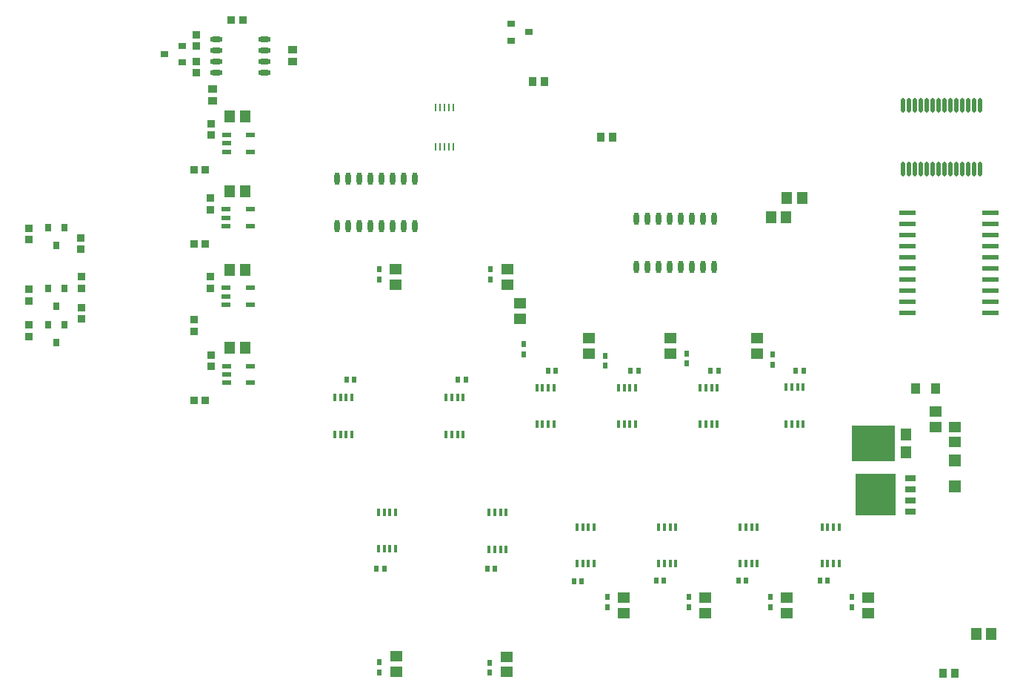
<source format=gbr>
%TF.GenerationSoftware,Altium Limited,Altium Designer,19.0.10 (269)*%
G04 Layer_Color=128*
%FSLAX26Y26*%
%MOIN*%
%TF.FileFunction,Paste,Bot*%
%TF.Part,Single*%
G01*
G75*
%TA.AperFunction,SMDPad,CuDef*%
%ADD12R,0.039370X0.035433*%
%ADD14R,0.045276X0.053150*%
%ADD20R,0.043307X0.051181*%
%ADD21R,0.035433X0.039370*%
%ADD26R,0.033465X0.037402*%
%ADD27R,0.037402X0.033465*%
%ADD29R,0.074803X0.023622*%
%ADD30R,0.053150X0.045276*%
%ADD31O,0.023622X0.057087*%
%ADD34O,0.057087X0.023622*%
%ADD56R,0.035433X0.031496*%
%ADD57O,0.019685X0.064961*%
%ADD58R,0.181102X0.185039*%
%ADD59R,0.045276X0.027559*%
%ADD60R,0.051181X0.057087*%
%ADD61R,0.192913X0.163386*%
%ADD62R,0.057087X0.053150*%
%ADD63R,0.031496X0.035433*%
%ADD64R,0.016535X0.035000*%
%ADD65R,0.023622X0.025197*%
%ADD66R,0.039370X0.023622*%
%ADD67O,0.009842X0.033465*%
%ADD68R,0.023622X0.029528*%
D12*
X905500Y3759242D02*
D03*
Y3706093D02*
D03*
X1264000Y3936575D02*
D03*
Y3883425D02*
D03*
D14*
X3485449Y3183000D02*
D03*
X3416551D02*
D03*
X3488551Y3271000D02*
D03*
X3557449D02*
D03*
X4339551Y1311000D02*
D03*
X4408449D02*
D03*
X980551Y2948648D02*
D03*
X1049449D02*
D03*
X982417Y2596845D02*
D03*
X1051315D02*
D03*
X981284Y3301845D02*
D03*
X1050181D02*
D03*
X982417Y3636246D02*
D03*
X1051315D02*
D03*
D20*
X4156460Y2414694D02*
D03*
X4065909D02*
D03*
D21*
X2345410Y3794638D02*
D03*
X2398559D02*
D03*
X2704575Y3542000D02*
D03*
X2651425D02*
D03*
X4242575Y1134356D02*
D03*
X4189425D02*
D03*
D26*
X988409Y4068829D02*
D03*
X1039591D02*
D03*
X819276Y3064000D02*
D03*
X870457D02*
D03*
X820409Y2359000D02*
D03*
X871591D02*
D03*
X820409Y3398401D02*
D03*
X871591D02*
D03*
D27*
X75832Y2648409D02*
D03*
Y2699590D02*
D03*
X314000Y2864409D02*
D03*
Y2915590D02*
D03*
X313000Y2726409D02*
D03*
Y2777590D02*
D03*
X830500Y3885091D02*
D03*
Y3833910D02*
D03*
X894951Y2915590D02*
D03*
Y2864409D02*
D03*
X822000Y2722590D02*
D03*
Y2671409D02*
D03*
X830000Y3952410D02*
D03*
Y4003591D02*
D03*
X312000Y3039410D02*
D03*
Y3090591D02*
D03*
X76000Y2808410D02*
D03*
Y2859591D02*
D03*
Y3082819D02*
D03*
Y3134000D02*
D03*
X895683Y3268787D02*
D03*
Y3217606D02*
D03*
X896817Y2563787D02*
D03*
Y2512606D02*
D03*
Y3603189D02*
D03*
Y3552008D02*
D03*
D29*
X4030565Y2755000D02*
D03*
Y2805000D02*
D03*
Y2855000D02*
D03*
Y2905000D02*
D03*
Y2955000D02*
D03*
Y3005000D02*
D03*
Y3055000D02*
D03*
Y3105000D02*
D03*
Y3155000D02*
D03*
Y3205000D02*
D03*
X4404581Y2755000D02*
D03*
Y2805000D02*
D03*
Y2855000D02*
D03*
Y2905000D02*
D03*
Y2955000D02*
D03*
Y3005000D02*
D03*
Y3055000D02*
D03*
Y3105000D02*
D03*
Y3155000D02*
D03*
Y3205000D02*
D03*
D30*
X2598291Y2639449D02*
D03*
Y2570551D02*
D03*
X2287000Y2797449D02*
D03*
Y2728551D02*
D03*
X4242966Y2172281D02*
D03*
Y2241179D02*
D03*
X4156184Y2241281D02*
D03*
Y2310179D02*
D03*
X2753200Y1473449D02*
D03*
Y1404551D02*
D03*
X2965713Y2570445D02*
D03*
Y2639343D02*
D03*
X3855464Y1473449D02*
D03*
Y1404551D02*
D03*
X2230502Y2949449D02*
D03*
Y2880551D02*
D03*
X1729065Y2949449D02*
D03*
Y2880551D02*
D03*
X2227935Y1139551D02*
D03*
Y1208449D02*
D03*
X1730458Y1140851D02*
D03*
Y1209748D02*
D03*
X3352677Y2571657D02*
D03*
Y2640555D02*
D03*
X3488042Y1473449D02*
D03*
Y1404551D02*
D03*
X3120621Y1473449D02*
D03*
Y1404551D02*
D03*
D31*
X3161000Y2961716D02*
D03*
X3111000D02*
D03*
X3061000D02*
D03*
X3011000D02*
D03*
X2961000D02*
D03*
X2911000D02*
D03*
X2861000D02*
D03*
X2811000D02*
D03*
X3161000Y3176283D02*
D03*
X3111000D02*
D03*
X3061000D02*
D03*
X3011000D02*
D03*
X2961000D02*
D03*
X2911000D02*
D03*
X2861000D02*
D03*
X2811000D02*
D03*
X1815000Y3142069D02*
D03*
X1765000D02*
D03*
X1715000D02*
D03*
X1665000D02*
D03*
X1615000D02*
D03*
X1565000D02*
D03*
X1515000D02*
D03*
X1465000D02*
D03*
X1815000Y3356636D02*
D03*
X1765000D02*
D03*
X1715000D02*
D03*
X1665000D02*
D03*
X1615000D02*
D03*
X1565000D02*
D03*
X1515000D02*
D03*
X1465000D02*
D03*
D34*
X1136284Y3985000D02*
D03*
Y3935000D02*
D03*
Y3885000D02*
D03*
Y3835000D02*
D03*
X921717Y3985000D02*
D03*
Y3935000D02*
D03*
Y3885000D02*
D03*
Y3835000D02*
D03*
D56*
X687630Y3917000D02*
D03*
X766370Y3879599D02*
D03*
Y3954402D02*
D03*
X2326370Y4016000D02*
D03*
X2247630Y4053401D02*
D03*
Y3978598D02*
D03*
D57*
X4010433Y3686717D02*
D03*
X4037047D02*
D03*
X4063661D02*
D03*
X4090276D02*
D03*
X4116890D02*
D03*
X4143504D02*
D03*
X4170118D02*
D03*
X4196732D02*
D03*
X4223346D02*
D03*
X4249961D02*
D03*
X4276575D02*
D03*
X4303189D02*
D03*
X4329803D02*
D03*
X4356417D02*
D03*
X4010433Y3401284D02*
D03*
X4037047D02*
D03*
X4063661D02*
D03*
X4090276D02*
D03*
X4116890D02*
D03*
X4143504D02*
D03*
X4170118D02*
D03*
X4196732D02*
D03*
X4223346D02*
D03*
X4249961D02*
D03*
X4276575D02*
D03*
X4303189D02*
D03*
X4329803D02*
D03*
X4356417D02*
D03*
D58*
X3886104Y1935730D02*
D03*
D59*
X4043584Y1860730D02*
D03*
Y1910730D02*
D03*
Y1960730D02*
D03*
Y2010730D02*
D03*
D60*
X4024000Y2207000D02*
D03*
Y2127000D02*
D03*
D61*
X3878055Y2167000D02*
D03*
D62*
X4243184Y1975264D02*
D03*
Y2091405D02*
D03*
D63*
X201168Y2785000D02*
D03*
X238569Y2863740D02*
D03*
X163766D02*
D03*
X201000Y2621447D02*
D03*
X238401Y2700187D02*
D03*
X163598D02*
D03*
X163766Y3135780D02*
D03*
X238569D02*
D03*
X201168Y3057039D02*
D03*
D64*
X2620877Y1626106D02*
D03*
X2595286D02*
D03*
X2569696D02*
D03*
X2544105D02*
D03*
X2620877Y1791894D02*
D03*
X2595286D02*
D03*
X2569696D02*
D03*
X2544105D02*
D03*
X2988298Y1626106D02*
D03*
X2962707D02*
D03*
X2937117D02*
D03*
X2911526D02*
D03*
X2988298Y1791894D02*
D03*
X2962707D02*
D03*
X2937117D02*
D03*
X2911526D02*
D03*
X3355719Y1626106D02*
D03*
X3330129D02*
D03*
X3304538D02*
D03*
X3278948D02*
D03*
X3355719Y1791894D02*
D03*
X3330129D02*
D03*
X3304538D02*
D03*
X3278948D02*
D03*
X3723141Y1626106D02*
D03*
X3697550D02*
D03*
X3671960D02*
D03*
X3646369D02*
D03*
X3723141Y1791894D02*
D03*
X3697550D02*
D03*
X3671960D02*
D03*
X3646369D02*
D03*
X1530591Y2207106D02*
D03*
X1505000D02*
D03*
X1479409D02*
D03*
X1453819D02*
D03*
X1530591Y2372894D02*
D03*
X1505000D02*
D03*
X1479409D02*
D03*
X1453819D02*
D03*
X3485000Y2419000D02*
D03*
X3510591D02*
D03*
X3536181D02*
D03*
X3561772D02*
D03*
X3485000Y2253213D02*
D03*
X3510591D02*
D03*
X3536181D02*
D03*
X3561772D02*
D03*
X3098035Y2417787D02*
D03*
X3123626D02*
D03*
X3149217D02*
D03*
X3174807D02*
D03*
X3098035Y2252000D02*
D03*
X3123626D02*
D03*
X3149217D02*
D03*
X3174807D02*
D03*
X2730614Y2417894D02*
D03*
X2756205D02*
D03*
X2781795D02*
D03*
X2807386D02*
D03*
X2730614Y2252106D02*
D03*
X2756205D02*
D03*
X2781795D02*
D03*
X2807386D02*
D03*
X2363193Y2418364D02*
D03*
X2388784D02*
D03*
X2414374D02*
D03*
X2439965D02*
D03*
X2363193Y2252577D02*
D03*
X2388784D02*
D03*
X2414374D02*
D03*
X2439965D02*
D03*
X2032028Y2207106D02*
D03*
X2006437D02*
D03*
X1980847D02*
D03*
X1955256D02*
D03*
X2032028Y2372894D02*
D03*
X2006437D02*
D03*
X1980847D02*
D03*
X1955256D02*
D03*
X1727909Y1692406D02*
D03*
X1702319D02*
D03*
X1676728D02*
D03*
X1651138D02*
D03*
X1727909Y1858193D02*
D03*
X1702319D02*
D03*
X1676728D02*
D03*
X1651138D02*
D03*
X2225386Y1691106D02*
D03*
X2199795D02*
D03*
X2174205D02*
D03*
X2148614D02*
D03*
X2225386Y1856894D02*
D03*
X2199795D02*
D03*
X2174205D02*
D03*
X2148614D02*
D03*
D65*
X1676846Y1605299D02*
D03*
X1642201D02*
D03*
X2174323Y1604000D02*
D03*
X2139677D02*
D03*
X2529677Y1546000D02*
D03*
X2564323D02*
D03*
X2900677Y1550000D02*
D03*
X2935323D02*
D03*
X3270677Y1551352D02*
D03*
X3305323D02*
D03*
X3636677D02*
D03*
X3671323D02*
D03*
X1507677Y2455000D02*
D03*
X1542323D02*
D03*
X2447323Y2493118D02*
D03*
X2412677D02*
D03*
X3563323Y2493754D02*
D03*
X3528677D02*
D03*
X3180323Y2492541D02*
D03*
X3145677D02*
D03*
X2819323Y2492648D02*
D03*
X2784677D02*
D03*
X2009114Y2455000D02*
D03*
X2043760D02*
D03*
D66*
X965000Y2791000D02*
D03*
Y2828402D02*
D03*
Y2865803D02*
D03*
X1073268D02*
D03*
Y2791000D02*
D03*
X966866Y2439197D02*
D03*
Y2476599D02*
D03*
Y2514000D02*
D03*
X1075134D02*
D03*
Y2439197D02*
D03*
X965732Y3144197D02*
D03*
Y3181599D02*
D03*
Y3219000D02*
D03*
X1074000D02*
D03*
Y3144197D02*
D03*
X966866Y3478598D02*
D03*
Y3516000D02*
D03*
Y3553401D02*
D03*
X1075134D02*
D03*
Y3478598D02*
D03*
D67*
X1987370Y3501401D02*
D03*
X1967685D02*
D03*
X1948000D02*
D03*
X1928315D02*
D03*
X1908630D02*
D03*
X1987370Y3676598D02*
D03*
X1967685D02*
D03*
X1948000D02*
D03*
X1928315D02*
D03*
X1908630D02*
D03*
D68*
X2679814Y1431362D02*
D03*
Y1476638D02*
D03*
X2671000Y2516385D02*
D03*
Y2561661D02*
D03*
X3037730Y2526362D02*
D03*
Y2571638D02*
D03*
X3782078Y1431362D02*
D03*
Y1476638D02*
D03*
X2155148Y2905000D02*
D03*
Y2950276D02*
D03*
X1653711Y2905000D02*
D03*
Y2950276D02*
D03*
X2152000Y1181638D02*
D03*
Y1136362D02*
D03*
X1654523Y1182937D02*
D03*
Y1137661D02*
D03*
X3424695Y2521067D02*
D03*
Y2566343D02*
D03*
X2304256Y2567832D02*
D03*
Y2613108D02*
D03*
X3414657Y1431362D02*
D03*
Y1476638D02*
D03*
X3047235Y1431362D02*
D03*
Y1476638D02*
D03*
%TF.MD5,d5cbf0d85aa90f62a3e2ed98a957a4cc*%
M02*

</source>
